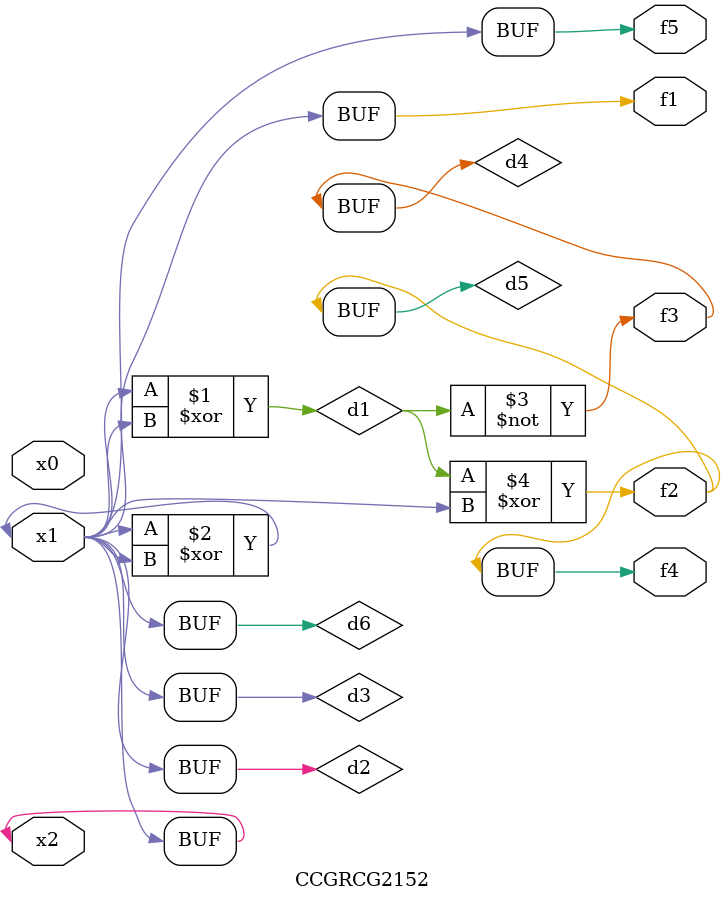
<source format=v>
module CCGRCG2152(
	input x0, x1, x2,
	output f1, f2, f3, f4, f5
);

	wire d1, d2, d3, d4, d5, d6;

	xor (d1, x1, x2);
	buf (d2, x1, x2);
	xor (d3, x1, x2);
	nor (d4, d1);
	xor (d5, d1, d2);
	buf (d6, d2, d3);
	assign f1 = d6;
	assign f2 = d5;
	assign f3 = d4;
	assign f4 = d5;
	assign f5 = d6;
endmodule

</source>
